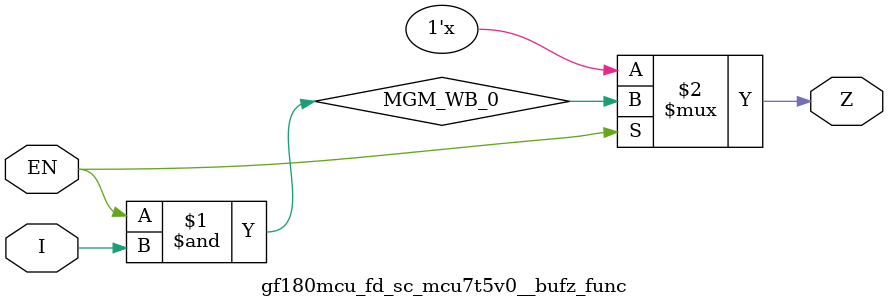
<source format=v>

`ifndef GF180MCU_FD_SC_MCU7T5V0__BUFZ_FUNC_V
`define GF180MCU_FD_SC_MCU7T5V0__BUFZ_FUNC_V

`ifdef USE_POWER_PINS
module gf180mcu_fd_sc_mcu7t5v0__bufz_func( EN, I, Z, VDD, VSS );
inout VDD, VSS;
`else // If not USE_POWER_PINS
module gf180mcu_fd_sc_mcu7t5v0__bufz_func( EN, I, Z );
`endif // If not USE_POWER_PINS
input EN, I;
output Z;

	wire MGM_WB_0;

	wire MGM_WB_1;

	and MGM_BG_0( MGM_WB_0, EN, I );

	not MGM_BG_1( MGM_WB_1, EN );

	bufif0 MGM_BG_2( Z, MGM_WB_0,MGM_WB_1 );

endmodule
`endif // GF180MCU_FD_SC_MCU7T5V0__BUFZ_V

</source>
